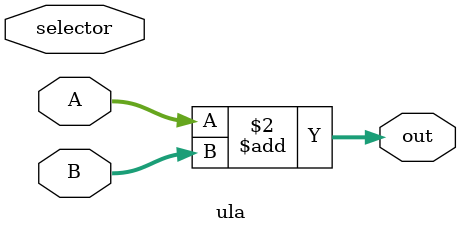
<source format=v>
module ula(A, B, selector, out);

	input wire [4:0] A, B, selector;
	output reg [4:0] out;
	
	always begin
        out <= A + B;
    end

endmodule
</source>
